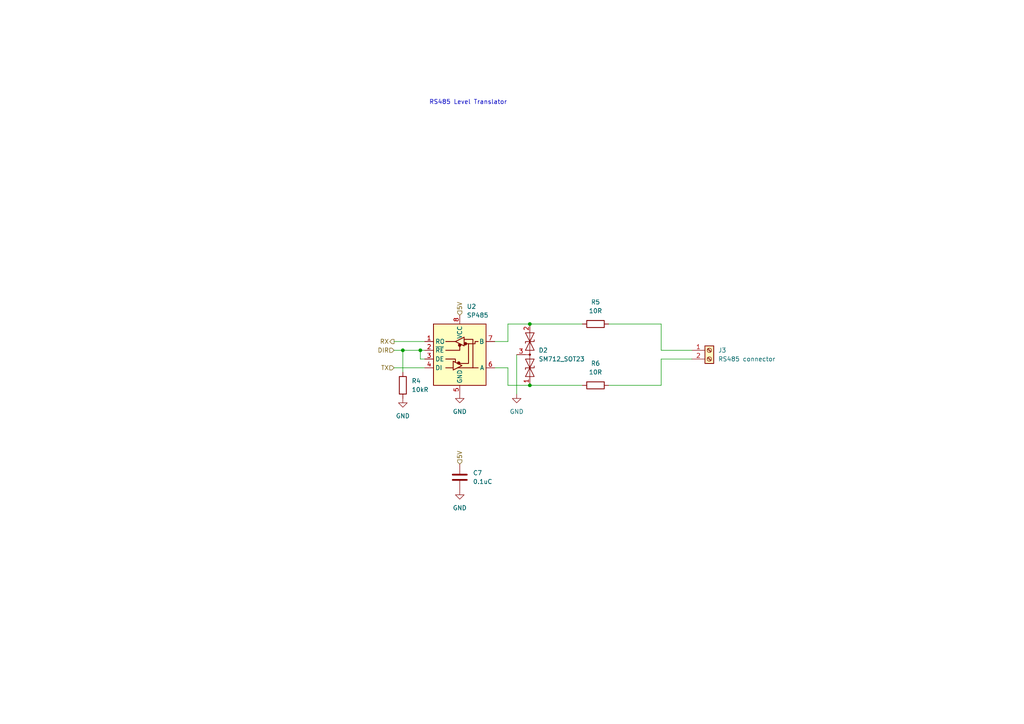
<source format=kicad_sch>
(kicad_sch (version 20211123) (generator eeschema)
  (paper "A4")
  (lib_symbols
    (symbol "Connector:Screw_Terminal_01x02" (pin_names (offset 1.016) hide)
      (property "Reference" "J" (at 0 2.54 0))
      (property "Value" "Screw_Terminal_01x02" (at 0 -5.08 0))
      (symbol "Screw_Terminal_01x02_1_1"
        (rectangle (start -1.27 1.27) (end 1.27 -3.81) (stroke (width 0.254)) (fill (type background)))
        (circle (center 0 -2.54) (radius 0.635) (stroke (width 0.1524)))
        (polyline (pts (xy -0.5334 -2.2098) (xy 0.3302 -3.048)) (stroke (width 0.1524)))
        (polyline (pts (xy -0.5334 0.3302) (xy 0.3302 -0.508)) (stroke (width 0.1524)))
        (polyline (pts (xy -0.3556 -2.032) (xy 0.508 -2.8702)) (stroke (width 0.1524)))
        (polyline (pts (xy -0.3556 0.508) (xy 0.508 -0.3302)) (stroke (width 0.1524)))
        (circle (center 0 0) (radius 0.635) (stroke (width 0.1524)))
        (pin passive line (at -5.08 0 0) (length 3.81) (name "Pin_1") (number "1"))
        (pin passive line (at -5.08 -2.54 0) (length 3.81) (name "Pin_2") (number "2"))
      )
    )
    (symbol "Device:C" (pin_numbers hide) (pin_names (offset 0.254))
      (property "Reference" "C" (at 0.635 2.54 0))
      (property "Value" "C" (at 0.635 -2.54 0))
      (symbol "C_0_1"
        (polyline (pts (xy -2.032 -0.762) (xy 2.032 -0.762)) (stroke (width 0.508)))
        (polyline (pts (xy -2.032 0.762) (xy 2.032 0.762)) (stroke (width 0.508)))
      )
      (symbol "C_1_1"
        (pin passive line (at 0 3.81 270) (length 2.794) (name "~") (number "1"))
        (pin passive line (at 0 -3.81 90) (length 2.794) (name "~") (number "2"))
      )
    )
    (symbol "Device:R" (pin_numbers hide) (pin_names (offset 0))
      (property "Reference" "R" (at 2.032 0 90))
      (property "Value" "R" (at 0 0 90))
      (symbol "R_0_1"
        (rectangle (start -1.016 -2.54) (end 1.016 2.54) (stroke (width 0.254)))
      )
      (symbol "R_1_1"
        (pin passive line (at 0 3.81 270) (length 1.27) (name "~") (number "1"))
        (pin passive line (at 0 -3.81 90) (length 1.27) (name "~") (number "2"))
      )
    )
    (symbol "Diode:SM712_SOT23" (pin_names (offset 1.016) hide)
      (property "Reference" "D" (at 0 4.445 0))
      (property "Value" "SM712_SOT23" (at 0 2.54 0))
      (symbol "SM712_SOT23_0_0"
        (polyline (pts (xy 0 -1.27) (xy 0 0)))
      )
      (symbol "SM712_SOT23_0_1"
        (polyline (pts (xy -6.35 0) (xy 6.35 0)))
        (polyline (pts (xy -3.302 1.27) (xy -3.81 1.27) (xy -3.81 -1.27) (xy -4.318 -1.27)) (stroke (width 0.2032)))
        (polyline (pts (xy 4.318 1.27) (xy 3.81 1.27) (xy 3.81 -1.27) (xy 3.302 -1.27)) (stroke (width 0.2032)))
        (polyline (pts (xy -6.35 -1.27) (xy -1.27 1.27) (xy -1.27 -1.27) (xy -6.35 1.27) (xy -6.35 -1.27)) (stroke (width 0.2032)))
        (polyline (pts (xy 1.27 -1.27) (xy 1.27 1.27) (xy 6.35 -1.27) (xy 6.35 1.27) (xy 1.27 -1.27)) (stroke (width 0.2032)))
        (circle (center 0 0) (radius 0.254) (fill (type outline)))
      )
      (symbol "SM712_SOT23_1_1"
        (pin passive line (at -8.89 0 0) (length 2.54) (name "A1") (number "1"))
        (pin passive line (at 8.89 0 180) (length 2.54) (name "A2") (number "2"))
        (pin input line (at 0 -3.81 90) (length 2.54) (name "common") (number "3"))
      )
    )
    (symbol "Interface_UART:ST485EBDR"
      (property "Reference" "U" (at -6.35 8.89 0))
      (property "Value" "ST485EBDR" (at 1.27 8.89 0))
      (symbol "ST485EBDR_0_1"
        (rectangle (start -7.62 7.62) (end 7.62 -10.16) (stroke (width 0.254)) (fill (type background)))
        (circle (center -0.3048 -3.683) (radius 0.3556) (stroke (width 0.254)) (fill (type outline)))
        (circle (center -0.0254 1.4986) (radius 0.3556) (stroke (width 0.254)) (fill (type outline)))
        (polyline (pts (xy -4.064 -5.08) (xy -1.905 -5.08)) (stroke (width 0.254)))
        (polyline (pts (xy -4.064 2.54) (xy -1.27 2.54)) (stroke (width 0.254)))
        (polyline (pts (xy -1.27 -3.2004) (xy -1.27 -3.4544)) (stroke (width 0.254)))
        (polyline (pts (xy -0.635 -5.08) (xy 5.334 -5.08)) (stroke (width 0.254)))
        (polyline (pts (xy -4.064 -2.54) (xy -1.27 -2.54) (xy -1.27 -3.175)) (stroke (width 0.254)))
        (polyline (pts (xy 0 1.27) (xy 0 0) (xy -4.064 0)) (stroke (width 0.254)))
        (polyline (pts (xy 1.27 3.175) (xy 3.81 3.175) (xy 3.81 -5.08)) (stroke (width 0.254)))
        (polyline (pts (xy 2.54 1.905) (xy 2.54 -3.81) (xy 0 -3.81)) (stroke (width 0.254)))
        (polyline (pts (xy -1.905 -3.175) (xy -1.905 -5.715) (xy 0.635 -4.445) (xy -1.905 -3.175)) (stroke (width 0.254)))
        (polyline (pts (xy -1.27 2.54) (xy 1.27 3.81) (xy 1.27 1.27) (xy -1.27 2.54)) (stroke (width 0.254)))
        (polyline (pts (xy 1.905 1.905) (xy 4.445 1.905) (xy 4.445 2.54) (xy 5.334 2.54)) (stroke (width 0.254)))
        (rectangle (start 1.27 3.175) (end 1.27 3.175))
        (circle (center 1.651 1.905) (radius 0.3556) (stroke (width 0.254)) (fill (type outline)))
      )
      (symbol "ST485EBDR_1_1"
        (pin output line (at -10.16 2.54 0) (length 2.54) (name "RO") (number "1"))
        (pin input line (at -10.16 0 0) (length 2.54) (name "~{RE}") (number "2"))
        (pin input line (at -10.16 -2.54 0) (length 2.54) (name "DE") (number "3"))
        (pin input line (at -10.16 -5.08 0) (length 2.54) (name "DI") (number "4"))
        (pin power_in line (at 0 -12.7 90) (length 2.54) (name "GND") (number "5"))
        (pin bidirectional line (at 10.16 -5.08 180) (length 2.54) (name "A") (number "6"))
        (pin bidirectional line (at 10.16 2.54 180) (length 2.54) (name "B") (number "7"))
        (pin power_in line (at 0 10.16 270) (length 2.54) (name "VCC") (number "8"))
      )
    )
    (symbol "power:GND" (power) (pin_names (offset 0))
      (property "Value" "GND" (at 0 -3.81 0))
      (symbol "GND_0_1"
        (polyline (pts (xy 0 0) (xy 0 -1.27) (xy 1.27 -1.27) (xy 0 -2.54) (xy -1.27 -1.27) (xy 0 -1.27)))
      )
      (symbol "GND_1_1"
        (pin power_in line (at 0 0 270) (length 0) hide (name "GND") (number "1"))
      )
    )
  )
  (junction (at 153.67 93.98))
  (junction (at 121.92 101.6))
  (junction (at 116.84 101.6))
  (junction (at 153.67 111.76))
  (wire (pts (xy 114.3 99.06) (xy 123.19 99.06)))
  (wire (pts (xy 191.77 101.6) (xy 191.77 93.98)))
  (wire (pts (xy 191.77 93.98) (xy 176.53 93.98)))
  (wire (pts (xy 153.67 93.98) (xy 168.91 93.98)))
  (wire (pts (xy 116.84 101.6) (xy 121.92 101.6)))
  (wire (pts (xy 121.92 104.14) (xy 123.19 104.14)))
  (wire (pts (xy 147.32 93.98) (xy 153.67 93.98)))
  (wire (pts (xy 149.86 102.87) (xy 149.86 114.3)))
  (wire (pts (xy 114.3 101.6) (xy 116.84 101.6)))
  (wire (pts (xy 143.51 99.06) (xy 147.32 99.06)))
  (wire (pts (xy 114.3 106.68) (xy 123.19 106.68)))
  (wire (pts (xy 191.77 104.14) (xy 200.66 104.14)))
  (wire (pts (xy 191.77 111.76) (xy 191.77 104.14)))
  (wire (pts (xy 121.92 101.6) (xy 123.19 101.6)))
  (wire (pts (xy 176.53 111.76) (xy 191.77 111.76)))
  (wire (pts (xy 121.92 101.6) (xy 121.92 104.14)))
  (wire (pts (xy 147.32 111.76) (xy 153.67 111.76)))
  (wire (pts (xy 200.66 101.6) (xy 191.77 101.6)))
  (wire (pts (xy 168.91 111.76) (xy 153.67 111.76)))
  (wire (pts (xy 147.32 111.76) (xy 147.32 106.68)))
  (wire (pts (xy 147.32 106.68) (xy 143.51 106.68)))
  (wire (pts (xy 116.84 101.6) (xy 116.84 107.95)))
  (wire (pts (xy 147.32 99.06) (xy 147.32 93.98)))
  (text "RS485 Level Translator" (at 124.46 30.48 0) (effects (font (size 1.27 1.27)) (justify left bottom)))
  (hierarchical_label "TX" (shape input) (at 114.3 106.68 180))
  (hierarchical_label "5V" (shape input) (at 133.35 91.44 90))
  (hierarchical_label "5V" (shape input) (at 133.35 134.62 90))
  (hierarchical_label "RX" (shape output) (at 114.3 99.06 180))
  (hierarchical_label "DIR" (shape input) (at 114.3 101.6 180))
  (symbol (lib_id "Device:C") (at 133.35 138.43 180) (unit 1)
    (property "Reference" "C7" (at 137.16 137.1599 0) (effects (justify right)))
    (property "Value" "0.1uC" (at 137.16 139.6999 0) (effects (justify right)))
    (property "Footprint" "Capacitor_SMD:C_0805_2012Metric_Pad1.18x1.45mm_HandSolder" (effects hide))
    (property "Datasheet" "https://datasheet.lcsc.com/lcsc/2006111832_YAGEO-CC0805KRX7R8BB104_C519981.pdf" (effects hide))
    (property "Manufacturer Part Number" "CC0805KRX7R8BB104" (effects hide))
  )
  (symbol (lib_id "Interface_UART:ST485EBDR") (at 133.35 101.6 0) (unit 1)
    (property "Reference" "U2" (at 135.3694 88.9 0) (effects (justify left)))
    (property "Value" "SP485" (at 135.3694 91.44 0) (effects (justify left)))
    (property "Footprint" "Package_SO:SOIC-8_3.9x4.9mm_P1.27mm" (effects hide))
    (property "Datasheet" "https://datasheet.lcsc.com/lcsc/2104081903_MaxLinear-SP485EEN-L-TR_C6855.pdf" (effects hide))
    (property "Manufacturer Part Number" "SP485EEN-L/TR" (effects hide))
  )
  (symbol (lib_id "Diode:SM712_SOT23") (at 153.67 102.87 270) (mirror x) (unit 1)
    (property "Reference" "D2" (at 156.21 101.5999 90) (effects (justify left)))
    (property "Value" "SM712_SOT23" (at 156.21 104.1399 90) (effects (justify left)))
    (property "Footprint" "Package_TO_SOT_SMD:SOT-23" (effects hide))
    (property "Datasheet" "https://datasheet.lcsc.com/lcsc/2108131930_TECH-PUBLIC-SM712_C521963.pdf" (effects hide))
    (property "Manufacturer Part Number" "SM712" (effects hide))
  )
  (symbol (lib_id "power:GND") (at 133.35 114.3 0) (unit 1)
    (property "Reference" "#PWR010" (effects hide))
    (property "Value" "GND" (at 133.35 119.38 0))
  )
  (symbol (lib_id "Device:R") (at 116.84 111.76 0) (unit 1)
    (property "Reference" "R4" (at 119.38 110.4899 0) (effects (justify left)))
    (property "Value" "10kR" (at 119.38 113.0299 0) (effects (justify left)))
    (property "Footprint" "Resistor_SMD:R_0805_2012Metric_Pad1.20x1.40mm_HandSolder" (effects hide))
    (property "Datasheet" "https://datasheet.lcsc.com/lcsc/1810201611_YAGEO-RC0805FR-0710KL_C84376.pdf" (effects hide))
    (property "Manufacturer Part Number" "RC0805FR-0710KL" (effects hide))
  )
  (symbol (lib_id "Connector:Screw_Terminal_01x02") (at 205.74 101.6 0) (unit 1)
    (property "Reference" "J3" (at 208.28 101.5999 0) (effects (justify left)))
    (property "Value" "RS485 connector" (at 208.28 104.1399 0) (effects (justify left)))
    (property "Footprint" "Connector_custom:JILN JL301-50002U01" (effects hide))
    (property "Datasheet" "https://datasheet.lcsc.com/lcsc/1912111437_JILN-JL301-50002U02_C395214.pdf" (effects hide))
    (property "Manufacturer Part Number" "JL301-50002U02" (effects hide))
  )
  (symbol (lib_id "Device:R") (at 172.72 111.76 90) (unit 1)
    (property "Reference" "R6" (at 172.72 105.41 90))
    (property "Value" "10R" (at 172.72 107.95 90))
    (property "Footprint" "Resistor_SMD:R_0805_2012Metric_Pad1.20x1.40mm_HandSolder" (effects hide))
    (property "Datasheet" "https://datasheet.lcsc.com/lcsc/1810311320_YAGEO-AC0805JR-0710RL_C144537.pdf" (effects hide))
    (property "Manufacturer Part Number" "AC0805JR-0710RL" (effects hide))
  )
  (symbol (lib_id "power:GND") (at 149.86 114.3 0) (unit 1)
    (property "Reference" "#PWR012" (effects hide))
    (property "Value" "GND" (at 149.86 119.38 0))
  )
  (symbol (lib_id "power:GND") (at 116.84 115.57 0) (unit 1)
    (property "Reference" "#PWR09" (effects hide))
    (property "Value" "GND" (at 116.84 120.65 0))
  )
  (symbol (lib_id "Device:R") (at 172.72 93.98 90) (unit 1)
    (property "Reference" "R5" (at 172.72 87.63 90))
    (property "Value" "10R" (at 172.72 90.17 90))
    (property "Footprint" "Resistor_SMD:R_0805_2012Metric_Pad1.20x1.40mm_HandSolder" (effects hide))
    (property "Datasheet" "https://datasheet.lcsc.com/lcsc/1810311320_YAGEO-AC0805JR-0710RL_C144537.pdf" (effects hide))
    (property "Manufacturer Part Number" "AC0805JR-0710RL" (effects hide))
  )
  (symbol (lib_id "power:GND") (at 133.35 142.24 0) (unit 1)
    (property "Reference" "#PWR011" (effects hide))
    (property "Value" "GND" (at 133.35 147.32 0))
  )
)
</source>
